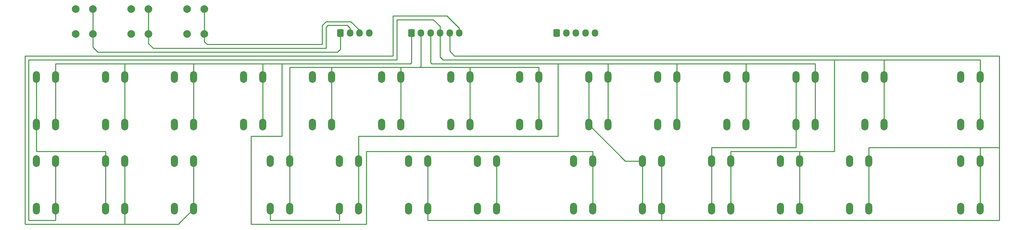
<source format=gbr>
%TF.GenerationSoftware,KiCad,Pcbnew,(6.0.8)*%
%TF.CreationDate,2022-12-29T19:13:16+02:00*%
%TF.ProjectId,mahjong_control_panel_with_service,6d61686a-6f6e-4675-9f63-6f6e74726f6c,rev?*%
%TF.SameCoordinates,Original*%
%TF.FileFunction,Copper,L1,Top*%
%TF.FilePolarity,Positive*%
%FSLAX46Y46*%
G04 Gerber Fmt 4.6, Leading zero omitted, Abs format (unit mm)*
G04 Created by KiCad (PCBNEW (6.0.8)) date 2022-12-29 19:13:16*
%MOMM*%
%LPD*%
G01*
G04 APERTURE LIST*
G04 Aperture macros list*
%AMRoundRect*
0 Rectangle with rounded corners*
0 $1 Rounding radius*
0 $2 $3 $4 $5 $6 $7 $8 $9 X,Y pos of 4 corners*
0 Add a 4 corners polygon primitive as box body*
4,1,4,$2,$3,$4,$5,$6,$7,$8,$9,$2,$3,0*
0 Add four circle primitives for the rounded corners*
1,1,$1+$1,$2,$3*
1,1,$1+$1,$4,$5*
1,1,$1+$1,$6,$7*
1,1,$1+$1,$8,$9*
0 Add four rect primitives between the rounded corners*
20,1,$1+$1,$2,$3,$4,$5,0*
20,1,$1+$1,$4,$5,$6,$7,0*
20,1,$1+$1,$6,$7,$8,$9,0*
20,1,$1+$1,$8,$9,$2,$3,0*%
G04 Aperture macros list end*
%TA.AperFunction,ComponentPad*%
%ADD10O,1.850000X3.048000*%
%TD*%
%TA.AperFunction,ComponentPad*%
%ADD11C,2.000000*%
%TD*%
%TA.AperFunction,ComponentPad*%
%ADD12RoundRect,0.250000X-0.600000X-0.725000X0.600000X-0.725000X0.600000X0.725000X-0.600000X0.725000X0*%
%TD*%
%TA.AperFunction,ComponentPad*%
%ADD13O,1.700000X1.950000*%
%TD*%
%TA.AperFunction,Conductor*%
%ADD14C,0.250000*%
%TD*%
G04 APERTURE END LIST*
D10*
%TO.P,H,1,C*%
%TO.N,COM3-10*%
X153000000Y-42500000D03*
X153000000Y-55000000D03*
%TO.P,H,2,D*%
%TO.N,KEY1-5*%
X158000000Y-55000000D03*
X158000000Y-42500000D03*
%TD*%
%TO.P,C,1,C*%
%TO.N,COM2-6*%
X63000000Y-55000000D03*
X63000000Y-42500000D03*
%TO.P,C,2,D*%
%TO.N,KEY0-4*%
X68000000Y-42500000D03*
X68000000Y-55000000D03*
%TD*%
%TO.P,I,1,C*%
%TO.N,COM0-3*%
X171000000Y-55000000D03*
X171000000Y-42500000D03*
%TO.P,I,2,D*%
%TO.N,KEY2-8*%
X176000000Y-55000000D03*
X176000000Y-42500000D03*
%TD*%
%TO.P,RIICHI,1,C*%
%TO.N,COM1-2*%
X239000000Y-77000000D03*
X239000000Y-64500000D03*
%TO.P,RIICHI,2,D*%
%TO.N,KEY4-11*%
X244000000Y-77000000D03*
X244000000Y-64500000D03*
%TD*%
%TO.P,RON,1,C*%
%TO.N,COM2-6*%
X268000000Y-64500000D03*
X268000000Y-77000000D03*
%TO.P,RON,2,D*%
%TO.N,KEY4-11*%
X273000000Y-77000000D03*
X273000000Y-64500000D03*
%TD*%
%TO.P,KAN,1,C*%
%TO.N,COM0-3*%
X185000000Y-77000000D03*
X185000000Y-64500000D03*
%TO.P,KAN,2,D*%
%TO.N,KEY4-11*%
X190000000Y-64500000D03*
X190000000Y-77000000D03*
%TD*%
%TO.P,LAST,1,C*%
%TO.N,COM4-7*%
X167000000Y-64500000D03*
X167000000Y-77000000D03*
%TO.P,LAST,2,D*%
%TO.N,KEY0-4*%
X172000000Y-64500000D03*
X172000000Y-77000000D03*
%TD*%
%TO.P,D,1,C*%
%TO.N,COM3-10*%
X81000000Y-55000000D03*
X81000000Y-42500000D03*
%TO.P,D,2,D*%
%TO.N,KEY0-4*%
X86000000Y-55000000D03*
X86000000Y-42500000D03*
%TD*%
D11*
%TO.P,TEST,1,C*%
%TO.N,GND*%
X51750000Y-31250000D03*
X51750000Y-24750000D03*
%TO.P,TEST,2,D*%
%TO.N,Test*%
X56250000Y-24750000D03*
X56250000Y-31250000D03*
%TD*%
D10*
%TO.P,K,1,C*%
%TO.N,COM2-6*%
X207000000Y-55000000D03*
X207000000Y-42500000D03*
%TO.P,K,2,D*%
%TO.N,KEY2-8*%
X212000000Y-55000000D03*
X212000000Y-42500000D03*
%TD*%
%TO.P,PON,1,C*%
%TO.N,COM3-10*%
X203000000Y-77000000D03*
X203000000Y-64500000D03*
%TO.P,PON,2,D*%
%TO.N,KEY3-9*%
X208000000Y-77000000D03*
X208000000Y-64500000D03*
%TD*%
%TO.P,BIG,1,C*%
%TO.N,COM4-7*%
X124000000Y-64500000D03*
X124000000Y-77000000D03*
%TO.P,BIG,2,D*%
%TO.N,KEY4-11*%
X129000000Y-77000000D03*
X129000000Y-64500000D03*
%TD*%
%TO.P,N,1,C*%
%TO.N,COM1-2*%
X268000000Y-42500000D03*
X268000000Y-55000000D03*
%TO.P,N,2,D*%
%TO.N,KEY3-9*%
X273000000Y-42500000D03*
X273000000Y-55000000D03*
%TD*%
%TO.P,F,1,C*%
%TO.N,COM1-2*%
X117000000Y-42500000D03*
X117000000Y-55000000D03*
%TO.P,F,2,D*%
%TO.N,KEY1-5*%
X122000000Y-55000000D03*
X122000000Y-42500000D03*
%TD*%
%TO.P,TAKE,1,C*%
%TO.N,COM4-7*%
X88000000Y-64500000D03*
X88000000Y-77000000D03*
%TO.P,TAKE,2,D*%
%TO.N,KEY1-5*%
X93000000Y-77000000D03*
X93000000Y-64500000D03*
%TD*%
D12*
%TO.P,SERVICE,1,Pin_1*%
%TO.N,Coin*%
X106250000Y-30975000D03*
D13*
%TO.P,SERVICE,2,Pin_2*%
%TO.N,Test*%
X108750000Y-30975000D03*
%TO.P,SERVICE,3,Pin_3*%
%TO.N,Service*%
X111250000Y-30975000D03*
%TO.P,SERVICE,4,Pin_4*%
%TO.N,GND*%
X113750000Y-30975000D03*
%TD*%
D10*
%TO.P,G,1,C*%
%TO.N,COM2-6*%
X135000000Y-42500000D03*
X135000000Y-55000000D03*
%TO.P,G,2,D*%
%TO.N,KEY1-5*%
X140000000Y-55000000D03*
X140000000Y-42500000D03*
%TD*%
%TO.P,BET,1,C*%
%TO.N,COM1-2*%
X63000000Y-64500000D03*
X63000000Y-77000000D03*
%TO.P,BET,2,D*%
%TO.N,KEY5-1*%
X68000000Y-64500000D03*
X68000000Y-77000000D03*
%TD*%
D12*
%TO.P,KEY,1,Pin_1*%
%TO.N,KEY0-4*%
X124750000Y-30975000D03*
D13*
%TO.P,KEY,2,Pin_2*%
%TO.N,KEY1-5*%
X127250000Y-30975000D03*
%TO.P,KEY,3,Pin_3*%
%TO.N,KEY2-8*%
X129750000Y-30975000D03*
%TO.P,KEY,4,Pin_4*%
%TO.N,KEY3-9*%
X132250000Y-30975000D03*
%TO.P,KEY,5,Pin_5*%
%TO.N,KEY4-11*%
X134750000Y-30975000D03*
%TO.P,KEY,6,Pin_6*%
%TO.N,KEY5-1*%
X137250000Y-30975000D03*
%TD*%
D10*
%TO.P,F.F.,1,C*%
%TO.N,COM4-7*%
X27000000Y-64500000D03*
X27000000Y-77000000D03*
%TO.P,F.F.,2,D*%
%TO.N,KEY3-9*%
X32000000Y-64500000D03*
X32000000Y-77000000D03*
%TD*%
%TO.P,WUP,1,C*%
%TO.N,COM4-7*%
X106000000Y-77000000D03*
X106000000Y-64500000D03*
%TO.P,WUP,2,D*%
%TO.N,KEY2-8*%
X111000000Y-77000000D03*
X111000000Y-64500000D03*
%TD*%
%TO.P,START,1,C*%
%TO.N,COM0-3*%
X45000000Y-77000000D03*
X45000000Y-64500000D03*
%TO.P,START,2,D*%
%TO.N,KEY5-1*%
X50000000Y-64500000D03*
X50000000Y-77000000D03*
%TD*%
%TO.P,M,1,C*%
%TO.N,COM0-3*%
X243000000Y-55000000D03*
X243000000Y-42500000D03*
%TO.P,M,2,D*%
%TO.N,KEY3-9*%
X248000000Y-42500000D03*
X248000000Y-55000000D03*
%TD*%
D11*
%TO.P,COIN,1,C*%
%TO.N,GND*%
X37250000Y-31250000D03*
X37250000Y-24750000D03*
%TO.P,COIN,2,D*%
%TO.N,Coin*%
X41750000Y-24750000D03*
X41750000Y-31250000D03*
%TD*%
D10*
%TO.P,L,1,C*%
%TO.N,COM3-10*%
X225000000Y-42500000D03*
X225000000Y-55000000D03*
%TO.P,L,2,D*%
%TO.N,KEY2-8*%
X230000000Y-42500000D03*
X230000000Y-55000000D03*
%TD*%
%TO.P,CHI,1,C*%
%TO.N,COM2-6*%
X221000000Y-77000000D03*
X221000000Y-64500000D03*
%TO.P,CHI,2,D*%
%TO.N,KEY3-9*%
X226000000Y-64500000D03*
X226000000Y-77000000D03*
%TD*%
D11*
%TO.P,SERVICE,1,C*%
%TO.N,GND*%
X66250000Y-31250000D03*
X66250000Y-24750000D03*
%TO.P,SERVICE,2,D*%
%TO.N,Service*%
X70750000Y-24750000D03*
X70750000Y-31250000D03*
%TD*%
D10*
%TO.P,B,1,C*%
%TO.N,COM1-2*%
X45000000Y-42500000D03*
X45000000Y-55000000D03*
%TO.P,B,2,D*%
%TO.N,KEY0-4*%
X50000000Y-42500000D03*
X50000000Y-55000000D03*
%TD*%
%TO.P,A,1,C*%
%TO.N,COM0-3*%
X27000000Y-55000000D03*
X27000000Y-42500000D03*
%TO.P,A,2,D*%
%TO.N,KEY0-4*%
X32000000Y-55000000D03*
X32000000Y-42500000D03*
%TD*%
D12*
%TO.P,COM,1,Pin_1*%
%TO.N,COM0-3*%
X162650000Y-31000000D03*
D13*
%TO.P,COM,2,Pin_2*%
%TO.N,COM1-2*%
X165150000Y-31000000D03*
%TO.P,COM,3,Pin_3*%
%TO.N,COM2-6*%
X167650000Y-31000000D03*
%TO.P,COM,4,Pin_4*%
%TO.N,COM3-10*%
X170150000Y-31000000D03*
%TO.P,COM,5,Pin_5*%
%TO.N,COM4-7*%
X172650000Y-31000000D03*
%TD*%
D10*
%TO.P,E,1,C*%
%TO.N,COM0-3*%
X99000000Y-55000000D03*
X99000000Y-42500000D03*
%TO.P,E,2,D*%
%TO.N,KEY1-5*%
X104000000Y-55000000D03*
X104000000Y-42500000D03*
%TD*%
%TO.P,SMALL,1,C*%
%TO.N,COM4-7*%
X142000000Y-64500000D03*
X142000000Y-77000000D03*
%TO.P,SMALL,2,D*%
%TO.N,KEY5-1*%
X147000000Y-64500000D03*
X147000000Y-77000000D03*
%TD*%
%TO.P,J,1,C*%
%TO.N,COM1-2*%
X189000000Y-42500000D03*
X189000000Y-55000000D03*
%TO.P,J,2,D*%
%TO.N,KEY2-8*%
X194000000Y-42500000D03*
X194000000Y-55000000D03*
%TD*%
D14*
%TO.N,Coin*%
X43000000Y-36000000D02*
X41750000Y-34750000D01*
X41750000Y-34750000D02*
X41750000Y-31250000D01*
X105500000Y-36000000D02*
X43000000Y-36000000D01*
X106250000Y-35250000D02*
X105500000Y-36000000D01*
X41750000Y-31250000D02*
X41750000Y-24750000D01*
X106250000Y-30975000D02*
X106250000Y-35250000D01*
%TO.N,Test*%
X102500000Y-35000000D02*
X57500000Y-35000000D01*
X57500000Y-35000000D02*
X56250000Y-33750000D01*
X108750000Y-30975000D02*
X108750000Y-29750000D01*
X56250000Y-31250000D02*
X56250000Y-24750000D01*
X103000000Y-29000000D02*
X102500000Y-29500000D01*
X102500000Y-29500000D02*
X102500000Y-35000000D01*
X56250000Y-33750000D02*
X56250000Y-31250000D01*
X108000000Y-29000000D02*
X103000000Y-29000000D01*
X108750000Y-29750000D02*
X108000000Y-29000000D01*
%TO.N,KEY5-1*%
X68000000Y-64500000D02*
X68000000Y-77000000D01*
X24000000Y-37000000D02*
X120000000Y-37000000D01*
X50000000Y-64500000D02*
X50000000Y-77000000D01*
X120000000Y-26500000D02*
X134000000Y-26500000D01*
X64000000Y-81000000D02*
X24000000Y-81000000D01*
X137250000Y-29750000D02*
X137250000Y-30000000D01*
X24000000Y-81000000D02*
X24000000Y-37000000D01*
X120000000Y-37000000D02*
X120000000Y-26500000D01*
X134000000Y-26500000D02*
X137250000Y-29750000D01*
X68000000Y-77000000D02*
X64000000Y-81000000D01*
X147000000Y-64500000D02*
X147000000Y-77000000D01*
X50000000Y-77000000D02*
X50000000Y-81000000D01*
%TO.N,KEY4-11*%
X244000000Y-64500000D02*
X244000000Y-61000000D01*
X273000000Y-77000000D02*
X273000000Y-64500000D01*
X136000000Y-37000000D02*
X134750000Y-35750000D01*
X191000000Y-80000000D02*
X278000000Y-80000000D01*
X190000000Y-77000000D02*
X190000000Y-80000000D01*
X273000000Y-61000000D02*
X274000000Y-61000000D01*
X129000000Y-77000000D02*
X129000000Y-80000000D01*
X244000000Y-61000000D02*
X274000000Y-61000000D01*
X278000000Y-80000000D02*
X278000000Y-61000000D01*
X278000000Y-37000000D02*
X136000000Y-37000000D01*
X278000000Y-61000000D02*
X278000000Y-37000000D01*
X190000000Y-77000000D02*
X190000000Y-64500000D01*
X274000000Y-61000000D02*
X278000000Y-61000000D01*
X244000000Y-77000000D02*
X244000000Y-64500000D01*
X134750000Y-35750000D02*
X134750000Y-30975000D01*
X129000000Y-80000000D02*
X191000000Y-80000000D01*
X129000000Y-77000000D02*
X129000000Y-64500000D01*
X273000000Y-64500000D02*
X273000000Y-61000000D01*
X190000000Y-80000000D02*
X191000000Y-80000000D01*
%TO.N,KEY3-9*%
X208000000Y-77000000D02*
X208000000Y-64500000D01*
X32000000Y-77000000D02*
X32000000Y-64500000D01*
X130500000Y-27500000D02*
X132250000Y-29250000D01*
X133000000Y-38000000D02*
X132250000Y-37250000D01*
X226000000Y-62000000D02*
X235000000Y-62000000D01*
X273000000Y-55000000D02*
X273000000Y-42500000D01*
X25000000Y-38000000D02*
X121000000Y-38000000D01*
X121000000Y-27500000D02*
X130500000Y-27500000D01*
X208000000Y-64500000D02*
X208000000Y-62000000D01*
X248000000Y-55000000D02*
X248000000Y-42500000D01*
X248000000Y-38000000D02*
X235000000Y-38000000D01*
X248000000Y-42500000D02*
X248000000Y-38000000D01*
X208000000Y-62000000D02*
X226000000Y-62000000D01*
X132250000Y-29250000D02*
X132250000Y-30975000D01*
X25000000Y-80000000D02*
X25000000Y-38000000D01*
X121000000Y-38000000D02*
X121000000Y-27500000D01*
X273000000Y-38000000D02*
X248000000Y-38000000D01*
X32000000Y-80000000D02*
X25000000Y-80000000D01*
X235000000Y-62000000D02*
X235000000Y-38000000D01*
X235000000Y-38000000D02*
X133000000Y-38000000D01*
X273000000Y-42500000D02*
X273000000Y-38000000D01*
X32000000Y-77000000D02*
X32000000Y-80000000D01*
X226000000Y-64500000D02*
X226000000Y-62000000D01*
X226000000Y-77000000D02*
X226000000Y-64500000D01*
X132250000Y-37250000D02*
X132250000Y-30975000D01*
%TO.N,KEY2-8*%
X111000000Y-59000000D02*
X111000000Y-58000000D01*
X194000000Y-55000000D02*
X194000000Y-42500000D01*
X230000000Y-42500000D02*
X230000000Y-39000000D01*
X212000000Y-55000000D02*
X212000000Y-42500000D01*
X130000000Y-39000000D02*
X129750000Y-38750000D01*
X212000000Y-39000000D02*
X194000000Y-39000000D01*
X176000000Y-55000000D02*
X176000000Y-42500000D01*
X111000000Y-58000000D02*
X163000000Y-58000000D01*
X194000000Y-42500000D02*
X194000000Y-39000000D01*
X230000000Y-39000000D02*
X212000000Y-39000000D01*
X230000000Y-55000000D02*
X230000000Y-42500000D01*
X176000000Y-42500000D02*
X176000000Y-39000000D01*
X111000000Y-77000000D02*
X111000000Y-64500000D01*
X194000000Y-39000000D02*
X176000000Y-39000000D01*
X129750000Y-38750000D02*
X129750000Y-30975000D01*
X176000000Y-39000000D02*
X130000000Y-39000000D01*
X111000000Y-64500000D02*
X111000000Y-59000000D01*
X163000000Y-58000000D02*
X163000000Y-39000000D01*
X212000000Y-42500000D02*
X212000000Y-39000000D01*
%TO.N,KEY1-5*%
X104000000Y-55000000D02*
X104000000Y-42500000D01*
X142000000Y-40000000D02*
X140000000Y-40000000D01*
X127000000Y-40000000D02*
X127250000Y-39750000D01*
X140000000Y-40000000D02*
X127000000Y-40000000D01*
X158000000Y-40000000D02*
X142000000Y-40000000D01*
X104000000Y-40000000D02*
X122000000Y-40000000D01*
X140000000Y-55000000D02*
X140000000Y-42500000D01*
X140000000Y-42500000D02*
X140000000Y-40000000D01*
X158000000Y-42500000D02*
X158000000Y-40000000D01*
X158000000Y-55000000D02*
X158000000Y-42500000D01*
X122000000Y-42500000D02*
X122000000Y-40000000D01*
X93000000Y-77000000D02*
X93000000Y-64500000D01*
X122000000Y-55000000D02*
X122000000Y-42500000D01*
X122000000Y-40000000D02*
X132000000Y-40000000D01*
X104000000Y-42500000D02*
X104000000Y-40000000D01*
X93000000Y-40000000D02*
X104000000Y-40000000D01*
X127250000Y-39750000D02*
X127250000Y-30975000D01*
X93000000Y-64500000D02*
X93000000Y-40000000D01*
%TO.N,KEY0-4*%
X113000000Y-81000000D02*
X83000000Y-81000000D01*
X50000000Y-39000000D02*
X32000000Y-39000000D01*
X91000000Y-39000000D02*
X124500000Y-39000000D01*
X83000000Y-81000000D02*
X83000000Y-58000000D01*
X86000000Y-42500000D02*
X86000000Y-39000000D01*
X50000000Y-55000000D02*
X50000000Y-42500000D01*
X172000000Y-64500000D02*
X172000000Y-77000000D01*
X124750000Y-38750000D02*
X124750000Y-30975000D01*
X50000000Y-42500000D02*
X50000000Y-39000000D01*
X91000000Y-39000000D02*
X86000000Y-39000000D01*
X68000000Y-42500000D02*
X68000000Y-39000000D01*
X124500000Y-39000000D02*
X124750000Y-38750000D01*
X172000000Y-64500000D02*
X172000000Y-62000000D01*
X91000000Y-58000000D02*
X91000000Y-39000000D01*
X32000000Y-39000000D02*
X32000000Y-42500000D01*
X86000000Y-55000000D02*
X86000000Y-42500000D01*
X172000000Y-62000000D02*
X113000000Y-62000000D01*
X113000000Y-62000000D02*
X113000000Y-81000000D01*
X32000000Y-55000000D02*
X32000000Y-42500000D01*
X68000000Y-39000000D02*
X50000000Y-39000000D01*
X86000000Y-39000000D02*
X68000000Y-39000000D01*
X68000000Y-55000000D02*
X68000000Y-42500000D01*
X83000000Y-58000000D02*
X91000000Y-58000000D01*
%TO.N,COM4-7*%
X106000000Y-80000000D02*
X106000000Y-77000000D01*
X88000000Y-80000000D02*
X106000000Y-80000000D01*
X88000000Y-77000000D02*
X88000000Y-80000000D01*
%TO.N,COM3-10*%
X203000000Y-61000000D02*
X225000000Y-61000000D01*
X203000000Y-64500000D02*
X203000000Y-61000000D01*
X225000000Y-61000000D02*
X225000000Y-55000000D01*
X203000000Y-64500000D02*
X203000000Y-77000000D01*
X225000000Y-55000000D02*
X225000000Y-42500000D01*
%TO.N,COM0-3*%
X27000000Y-55000000D02*
X27000000Y-42500000D01*
X171000000Y-42500000D02*
X171000000Y-55000000D01*
X180500000Y-64500000D02*
X171000000Y-55000000D01*
X45000000Y-77000000D02*
X45000000Y-64500000D01*
X45000000Y-62000000D02*
X27000000Y-62000000D01*
X185000000Y-64500000D02*
X185000000Y-77000000D01*
X185000000Y-64500000D02*
X180500000Y-64500000D01*
X27000000Y-62000000D02*
X27000000Y-55000000D01*
X45000000Y-64500000D02*
X45000000Y-62000000D01*
%TO.N,Service*%
X109000000Y-28000000D02*
X102500000Y-28000000D01*
X102500000Y-28000000D02*
X101500000Y-29000000D01*
X70750000Y-31250000D02*
X70750000Y-24750000D01*
X111250000Y-30975000D02*
X111250000Y-30250000D01*
X101500000Y-29000000D02*
X101500000Y-34000000D01*
X70750000Y-33250000D02*
X70750000Y-31250000D01*
X111250000Y-30250000D02*
X109000000Y-28000000D01*
X71500000Y-34000000D02*
X70750000Y-33250000D01*
X101500000Y-34000000D02*
X71500000Y-34000000D01*
%TD*%
M02*

</source>
